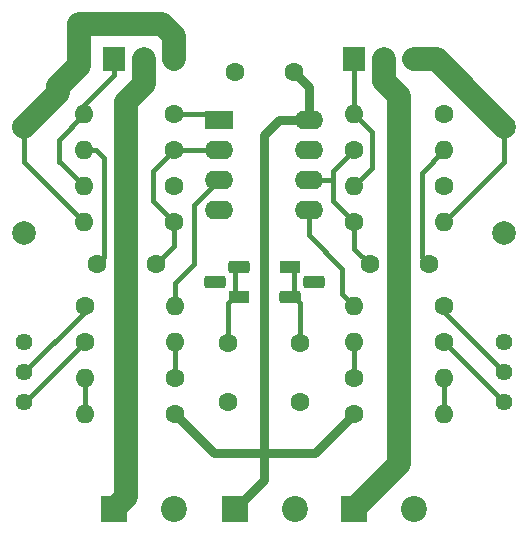
<source format=gtl>
G04 #@! TF.GenerationSoftware,KiCad,Pcbnew,6.0.7-f9a2dced07~116~ubuntu22.04.1*
G04 #@! TF.CreationDate,2022-09-20T02:39:39+03:00*
G04 #@! TF.ProjectId,double-electronic-load,646f7562-6c65-42d6-956c-656374726f6e,rev?*
G04 #@! TF.SameCoordinates,Original*
G04 #@! TF.FileFunction,Copper,L1,Top*
G04 #@! TF.FilePolarity,Positive*
%FSLAX46Y46*%
G04 Gerber Fmt 4.6, Leading zero omitted, Abs format (unit mm)*
G04 Created by KiCad (PCBNEW 6.0.7-f9a2dced07~116~ubuntu22.04.1) date 2022-09-20 02:39:39*
%MOMM*%
%LPD*%
G01*
G04 APERTURE LIST*
G04 Aperture macros list*
%AMRoundRect*
0 Rectangle with rounded corners*
0 $1 Rounding radius*
0 $2 $3 $4 $5 $6 $7 $8 $9 X,Y pos of 4 corners*
0 Add a 4 corners polygon primitive as box body*
4,1,4,$2,$3,$4,$5,$6,$7,$8,$9,$2,$3,0*
0 Add four circle primitives for the rounded corners*
1,1,$1+$1,$2,$3*
1,1,$1+$1,$4,$5*
1,1,$1+$1,$6,$7*
1,1,$1+$1,$8,$9*
0 Add four rect primitives between the rounded corners*
20,1,$1+$1,$2,$3,$4,$5,0*
20,1,$1+$1,$4,$5,$6,$7,0*
20,1,$1+$1,$6,$7,$8,$9,0*
20,1,$1+$1,$8,$9,$2,$3,0*%
G04 Aperture macros list end*
G04 #@! TA.AperFunction,ComponentPad*
%ADD10R,1.905000X2.000000*%
G04 #@! TD*
G04 #@! TA.AperFunction,ComponentPad*
%ADD11O,1.905000X2.000000*%
G04 #@! TD*
G04 #@! TA.AperFunction,ComponentPad*
%ADD12C,1.600000*%
G04 #@! TD*
G04 #@! TA.AperFunction,ComponentPad*
%ADD13O,1.600000X1.600000*%
G04 #@! TD*
G04 #@! TA.AperFunction,ComponentPad*
%ADD14R,2.200000X2.200000*%
G04 #@! TD*
G04 #@! TA.AperFunction,ComponentPad*
%ADD15C,2.200000*%
G04 #@! TD*
G04 #@! TA.AperFunction,ComponentPad*
%ADD16C,1.440000*%
G04 #@! TD*
G04 #@! TA.AperFunction,ComponentPad*
%ADD17C,2.000000*%
G04 #@! TD*
G04 #@! TA.AperFunction,ComponentPad*
%ADD18R,1.800000X1.100000*%
G04 #@! TD*
G04 #@! TA.AperFunction,ComponentPad*
%ADD19RoundRect,0.275000X-0.625000X0.275000X-0.625000X-0.275000X0.625000X-0.275000X0.625000X0.275000X0*%
G04 #@! TD*
G04 #@! TA.AperFunction,ComponentPad*
%ADD20R,2.400000X1.600000*%
G04 #@! TD*
G04 #@! TA.AperFunction,ComponentPad*
%ADD21O,2.400000X1.600000*%
G04 #@! TD*
G04 #@! TA.AperFunction,ComponentPad*
%ADD22RoundRect,0.275000X0.625000X-0.275000X0.625000X0.275000X-0.625000X0.275000X-0.625000X-0.275000X0*%
G04 #@! TD*
G04 #@! TA.AperFunction,Conductor*
%ADD23C,0.800000*%
G04 #@! TD*
G04 #@! TA.AperFunction,Conductor*
%ADD24C,0.400000*%
G04 #@! TD*
G04 #@! TA.AperFunction,Conductor*
%ADD25C,2.000000*%
G04 #@! TD*
G04 APERTURE END LIST*
D10*
X106680000Y-50729000D03*
D11*
X109220000Y-50729000D03*
X111760000Y-50729000D03*
D12*
X114300000Y-61468000D03*
D13*
X106680000Y-61468000D03*
D12*
X91480000Y-77724000D03*
D13*
X83860000Y-77724000D03*
D12*
X83860000Y-74676000D03*
D13*
X91480000Y-74676000D03*
D14*
X96545400Y-88823800D03*
D15*
X101625400Y-88823800D03*
D12*
X114300000Y-55372000D03*
D13*
X106680000Y-55372000D03*
D12*
X91440000Y-55372000D03*
D13*
X83820000Y-55372000D03*
D12*
X91440000Y-61468000D03*
D13*
X83820000Y-61468000D03*
D16*
X78740000Y-79756000D03*
X78740000Y-77216000D03*
X78740000Y-74676000D03*
D12*
X107990000Y-68072000D03*
X112990000Y-68072000D03*
X106680000Y-58420000D03*
D13*
X114300000Y-58420000D03*
D12*
X91480000Y-80772000D03*
D13*
X83860000Y-80772000D03*
D12*
X83860000Y-71628000D03*
D13*
X91480000Y-71628000D03*
D12*
X114300000Y-71628000D03*
D13*
X106680000Y-71628000D03*
D17*
X119380000Y-65460000D03*
X119380000Y-56460000D03*
D12*
X114300000Y-74676000D03*
D13*
X106680000Y-74676000D03*
D14*
X106680000Y-88823800D03*
D15*
X111760000Y-88823800D03*
D17*
X78740000Y-65460000D03*
X78740000Y-56460000D03*
D12*
X106680000Y-77724000D03*
D13*
X114300000Y-77724000D03*
D12*
X106680000Y-64516000D03*
D13*
X114300000Y-64516000D03*
D18*
X101188000Y-68326000D03*
D19*
X103258000Y-69596000D03*
X101188000Y-70866000D03*
D12*
X91440000Y-58420000D03*
D13*
X83820000Y-58420000D03*
D12*
X96012000Y-79756000D03*
X96012000Y-74756000D03*
X101560000Y-51816000D03*
X96560000Y-51816000D03*
X91440000Y-64516000D03*
D13*
X83820000Y-64516000D03*
D10*
X86360000Y-50729000D03*
D11*
X88900000Y-50729000D03*
X91440000Y-50729000D03*
D12*
X102108000Y-79756000D03*
X102108000Y-74756000D03*
X106680000Y-80772000D03*
D13*
X114300000Y-80772000D03*
D14*
X86360000Y-88823800D03*
D15*
X91440000Y-88823800D03*
D20*
X95235000Y-55880000D03*
D21*
X95235000Y-58420000D03*
X95235000Y-60960000D03*
X95235000Y-63500000D03*
X102855000Y-63500000D03*
X102855000Y-60960000D03*
X102855000Y-58420000D03*
X102855000Y-55880000D03*
D16*
X119380000Y-79756000D03*
X119380000Y-77216000D03*
X119380000Y-74676000D03*
D12*
X89876000Y-68072000D03*
X84876000Y-68072000D03*
D18*
X96932000Y-70866000D03*
D22*
X94862000Y-69596000D03*
X96932000Y-68326000D03*
D23*
X99060000Y-84074000D02*
X103378000Y-84074000D01*
X99060000Y-86360000D02*
X96596200Y-88823800D01*
X91480000Y-80772000D02*
X94782000Y-84074000D01*
X102855000Y-53111000D02*
X101560000Y-51816000D01*
X94782000Y-84074000D02*
X99060000Y-84074000D01*
X103378000Y-84074000D02*
X106680000Y-80772000D01*
X99060000Y-84074000D02*
X99060000Y-86360000D01*
X100330000Y-55880000D02*
X99060000Y-57150000D01*
X96596200Y-88823800D02*
X96545400Y-88823800D01*
X102855000Y-55880000D02*
X102855000Y-53111000D01*
X99060000Y-57150000D02*
X99060000Y-84074000D01*
X102855000Y-55880000D02*
X100330000Y-55880000D01*
D24*
X83860000Y-77724000D02*
X83860000Y-80772000D01*
X96532000Y-68326000D02*
X96532000Y-70866000D01*
X96532000Y-70866000D02*
X96012000Y-71386000D01*
X96012000Y-71386000D02*
X96012000Y-74756000D01*
X91440000Y-64516000D02*
X89662000Y-62738000D01*
X91440000Y-58420000D02*
X95235000Y-58420000D01*
X89662000Y-60198000D02*
X91440000Y-58420000D01*
X91440000Y-64516000D02*
X91440000Y-66508000D01*
X91440000Y-66508000D02*
X89876000Y-68072000D01*
X89662000Y-62738000D02*
X89662000Y-60198000D01*
X84876000Y-68072000D02*
X85471000Y-67477000D01*
X94727000Y-55372000D02*
X95235000Y-55880000D01*
X84836000Y-58420000D02*
X83820000Y-58420000D01*
X85471000Y-67477000D02*
X85471000Y-59055000D01*
X85471000Y-59055000D02*
X84836000Y-58420000D01*
X91440000Y-55372000D02*
X94727000Y-55372000D01*
X101588000Y-68326000D02*
X101588000Y-70866000D01*
X102108000Y-71386000D02*
X102108000Y-74756000D01*
X101588000Y-70866000D02*
X102108000Y-71386000D01*
X114300000Y-80772000D02*
X114300000Y-77724000D01*
X104902000Y-62738000D02*
X106680000Y-64516000D01*
X102855000Y-60960000D02*
X104902000Y-60960000D01*
X104902000Y-60198000D02*
X104902000Y-60960000D01*
X106680000Y-64516000D02*
X106680000Y-66762000D01*
X104902000Y-60198000D02*
X106680000Y-58420000D01*
X106680000Y-66762000D02*
X107990000Y-68072000D01*
X104902000Y-60960000D02*
X104902000Y-62738000D01*
X114300000Y-58420000D02*
X112395000Y-60325000D01*
X112395000Y-67477000D02*
X112990000Y-68072000D01*
X112395000Y-60325000D02*
X112395000Y-67477000D01*
D25*
X88900000Y-52832000D02*
X87376000Y-54356000D01*
X88900000Y-50729000D02*
X88900000Y-52832000D01*
X87376000Y-87807800D02*
X86360000Y-88823800D01*
X87376000Y-54356000D02*
X87376000Y-87807800D01*
X110490000Y-53848000D02*
X110490000Y-85013800D01*
X110490000Y-85013800D02*
X106680000Y-88823800D01*
X109220000Y-52578000D02*
X110490000Y-53848000D01*
X109220000Y-50729000D02*
X109220000Y-52578000D01*
D24*
X81661000Y-59436000D02*
X81661000Y-57531000D01*
X81788000Y-59436000D02*
X81661000Y-59436000D01*
X83820000Y-61468000D02*
X81788000Y-59436000D01*
X86360000Y-52070000D02*
X83820000Y-54610000D01*
X81661000Y-57531000D02*
X83820000Y-55372000D01*
X86360000Y-50729000D02*
X86360000Y-52070000D01*
X83820000Y-54610000D02*
X83820000Y-55372000D01*
X106680000Y-55372000D02*
X106680000Y-50729000D01*
X108204000Y-59944000D02*
X106680000Y-61468000D01*
X108204000Y-56896000D02*
X108204000Y-59944000D01*
X106680000Y-55372000D02*
X108204000Y-56896000D01*
X78780000Y-79756000D02*
X78740000Y-79756000D01*
X83860000Y-74676000D02*
X78780000Y-79756000D01*
X91480000Y-74676000D02*
X91480000Y-77724000D01*
X78740000Y-77216000D02*
X83860000Y-72096000D01*
X83860000Y-72096000D02*
X83860000Y-71628000D01*
X91480000Y-69683000D02*
X91480000Y-71628000D01*
X93091000Y-63104000D02*
X93091000Y-68072000D01*
X93091000Y-68072000D02*
X91480000Y-69683000D01*
X95235000Y-60960000D02*
X93091000Y-63104000D01*
X114300000Y-74676000D02*
X119380000Y-79756000D01*
X106680000Y-77724000D02*
X106680000Y-74676000D01*
X119380000Y-77216000D02*
X114300000Y-72136000D01*
X114300000Y-72136000D02*
X114300000Y-71628000D01*
X105664000Y-70612000D02*
X106680000Y-71628000D01*
X105664000Y-68453000D02*
X105664000Y-70612000D01*
X102855000Y-63500000D02*
X102855000Y-65644000D01*
X102855000Y-65644000D02*
X105664000Y-68453000D01*
D25*
X90424000Y-47752000D02*
X91440000Y-48768000D01*
D24*
X78740000Y-59436000D02*
X78740000Y-56460000D01*
D25*
X81590001Y-53029999D02*
X83362800Y-51257200D01*
X78740000Y-56460000D02*
X81590001Y-53609999D01*
D24*
X83820000Y-64516000D02*
X78740000Y-59436000D01*
D25*
X83362800Y-47752000D02*
X90424000Y-47752000D01*
X83362800Y-51257200D02*
X83362800Y-47752000D01*
X91440000Y-48768000D02*
X91440000Y-50729000D01*
X81590001Y-53609999D02*
X81590001Y-53029999D01*
X111760000Y-50729000D02*
X113649000Y-50729000D01*
D24*
X119380000Y-56460000D02*
X119380000Y-59436000D01*
X119380000Y-59436000D02*
X114300000Y-64516000D01*
D25*
X116169000Y-53249000D02*
X119380000Y-56460000D01*
X113649000Y-50729000D02*
X116169000Y-53249000D01*
M02*

</source>
